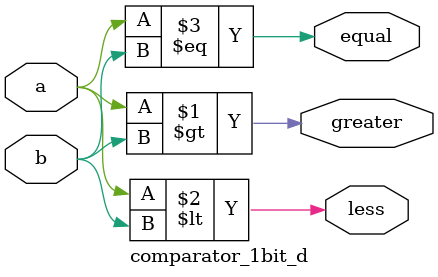
<source format=v>
module comparator_1bit_d(
    input wire a,
    input wire b,
    output greater,
    output less,
    output equal
);

    assign greater = (a > b);
    assign less    = (a < b);
    assign equal  = (a == b);    

endmodule


</source>
